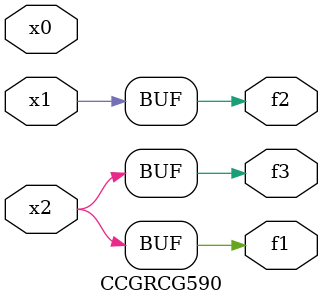
<source format=v>
module CCGRCG590(
	input x0, x1, x2,
	output f1, f2, f3
);
	assign f1 = x2;
	assign f2 = x1;
	assign f3 = x2;
endmodule

</source>
